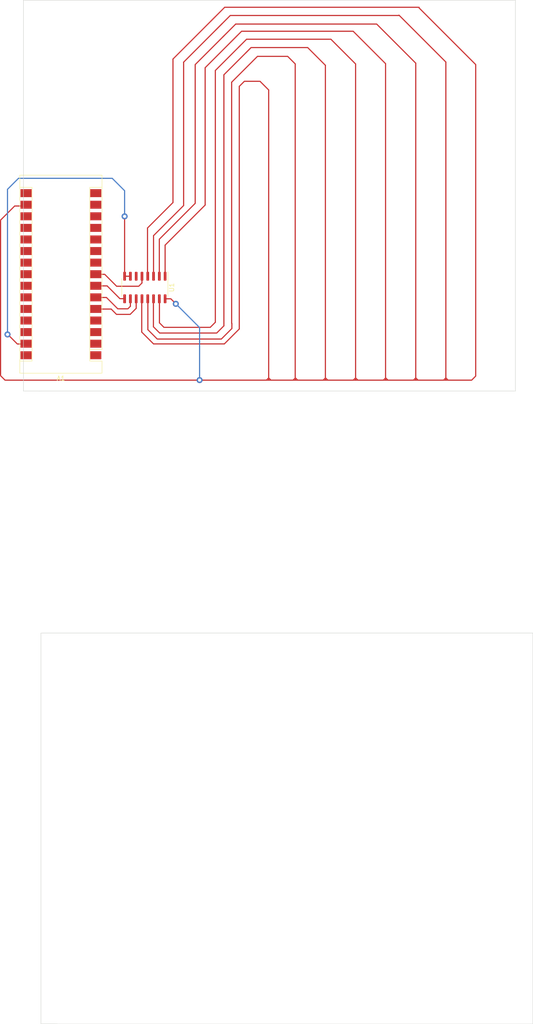
<source format=kicad_pcb>
(kicad_pcb (version 20211014) (generator pcbnew)
  (layers (0 "F.Cu" signal) (31 "B.Cu" signal) (34 "B.Paste" user) (35 "F.Paste" user) (36 "B.SilkS" user "B.Silkscreen") (37 "F.SilkS" user "F.Silkscreen") (38 "B.Mask" user) (39 "F.Mask" user) (44 "Edge.Cuts" user))
  (net 0 "")
  (net 4 "GND")
  (net 18 "Net-(A1-Pad8)")
  (net 26 "unconnected-(U1-Pad2)")
  (net 33 "Net-(A1-Pad5)")
  (net 34 "Net-(A1-Pad6)")
  (net 35 "Net-(A1-Pad7)")
  (net 36 "Net-(A1-Pad17)")
  (footprint "Package_SO:SOIC-16_3.9x9.9mm_P1.27mm" (layer "F.Cu") (at 109.982 101.346 -90)
    (fp_text reference "U1" (at 0 -5.9 90) (layer "F.SilkS"))
    (fp_text value "SN74HCS15QDRQ1CT")
    (fp_line (start 0 -5.06) (end -3.45 -5.06) (layer "F.SilkS") (width 0.12))
    (fp_line (start 0 5.06) (end -1.95 5.06) (layer "F.SilkS") (width 0.12))
    (fp_line (start 0 -5.06) (end 1.95 -5.06) (layer "F.SilkS") (width 0.12))
    (fp_line (start 0 5.06) (end 1.95 5.06) (layer "F.SilkS") (width 0.12))
    (pad "1" smd roundrect (at -2.475 -4.445 270) (size 1.95 0.6) (layers "F.Cu" "F.Paste" "F.Mask"))
    (pad "2" smd roundrect (at -2.475 -3.175 270) (size 1.95 0.6) (layers "F.Cu" "F.Paste" "F.Mask") (net 26 "unconnected-(U1-Pad2)"))
    (pad "3" smd roundrect (at -2.475 -1.905 270) (size 1.95 0.6) (layers "F.Cu" "F.Paste" "F.Mask"))
    (pad "4" smd roundrect (at -2.475 -0.635 270) (size 1.95 0.6) (layers "F.Cu" "F.Paste" "F.Mask"))
    (pad "5" smd roundrect (at -2.475 0.635 270) (size 1.95 0.6) (layers "F.Cu" "F.Paste" "F.Mask") (net 18 "Net-(A1-Pad8)"))
    (pad "6" smd roundrect (at -2.475 1.905 270) (size 1.95 0.6) (layers "F.Cu" "F.Paste" "F.Mask"))
    (pad "7" smd roundrect (at -2.475 3.175 270) (size 1.95 0.6) (layers "F.Cu" "F.Paste" "F.Mask") (net 4 "GND"))
    (pad "8" smd roundrect (at -2.475 4.445 270) (size 1.95 0.6) (layers "F.Cu" "F.Paste" "F.Mask") (net 4 "GND"))
    (pad "9" smd roundrect (at 2.475 4.445 270) (size 1.95 0.6) (layers "F.Cu" "F.Paste" "F.Mask") (net 35 "Net-(A1-Pad7)"))
    (pad "10" smd roundrect (at 2.475 3.175 270) (size 1.95 0.6) (layers "F.Cu" "F.Paste" "F.Mask") (net 34 "Net-(A1-Pad6)"))
    (pad "11" smd roundrect (at 2.475 1.905 270) (size 1.95 0.6) (layers "F.Cu" "F.Paste" "F.Mask") (net 33 "Net-(A1-Pad5)"))
    (pad "12" smd roundrect (at 2.475 0.635 270) (size 1.95 0.6) (layers "F.Cu" "F.Paste" "F.Mask"))
    (pad "13" smd roundrect (at 2.475 -0.635 270) (size 1.95 0.6) (layers "F.Cu" "F.Paste" "F.Mask"))
    (pad "14" smd roundrect (at 2.475 -1.905 270) (size 1.95 0.6) (layers "F.Cu" "F.Paste" "F.Mask"))
    (pad "15" smd roundrect (at 2.475 -3.175 270) (size 1.95 0.6) (layers "F.Cu" "F.Paste" "F.Mask"))
    (pad "16" smd roundrect (at 2.475 -4.445 270) (size 1.95 0.6) (layers "F.Cu" "F.Paste" "F.Mask") (net 36 "Net-(A1-Pad17)"))
  )
  (footprint "Module:Arduino_Nano" (layer "F.Cu") (at 99.177 116.205 180)
    (fp_text reference "A1" (at 7.62 -5.08) (layer "F.SilkS"))
    (fp_text value "Arduino_Nano_v3.x")
    (fp_line (start 16.64 39.5) (end 16.64 -3.94) (layer "F.SilkS") (width 0.12))
    (fp_line (start 16.64 -3.94) (end -1.4 -3.94) (layer "F.SilkS") (width 0.12))
    (fp_line (start 13.97 36.83) (end 16.64 36.83) (layer "F.SilkS") (width 0.12))
    (fp_line (start 13.97 -1.27) (end 13.97 36.83) (layer "F.SilkS") (width 0.12))
    (fp_line (start 1.27 1.27) (end 1.27 36.83) (layer "F.SilkS") (width 0.12))
    (fp_line (start -1.4 -3.94) (end -1.4 -1.27) (layer "F.SilkS") (width 0.12))
    (fp_line (start 1.27 36.83) (end -1.4 36.83) (layer "F.SilkS") (width 0.12))
    (fp_line (start 1.27 1.27) (end 1.27 -1.27) (layer "F.SilkS") (width 0.12))
    (fp_line (start 13.97 -1.27) (end 16.64 -1.27) (layer "F.SilkS") (width 0.12))
    (fp_line (start 1.27 1.27) (end -1.4 1.27) (layer "F.SilkS") (width 0.12))
    (fp_line (start -1.4 39.5) (end 16.64 39.5) (layer "F.SilkS") (width 0.12))
    (fp_line (start 1.27 -1.27) (end -1.4 -1.27) (layer "F.SilkS") (width 0.12))
    (fp_line (start -1.4 1.27) (end -1.4 39.5) (layer "F.SilkS") (width 0.12))
    (pad "1" smd rect (at 0 0 180) (size 2.5 1.75) (layers "F.Cu" "F.Paste" "F.Mask"))
    (pad "2" smd rect (at 0 2.54 180) (size 2.5 1.75) (layers "F.Cu" "F.Paste" "F.Mask"))
    (pad "3" smd rect (at 0 5.08 180) (size 2.5 1.75) (layers "F.Cu" "F.Paste" "F.Mask"))
    (pad "4" smd rect (at 0 7.62 180) (size 2.5 1.75) (layers "F.Cu" "F.Paste" "F.Mask") (net 4 "GND"))
    (pad "5" smd rect (at 0 10.16 180) (size 2.5 1.75) (layers "F.Cu" "F.Paste" "F.Mask") (net 33 "Net-(A1-Pad5)"))
    (pad "6" smd rect (at 0 12.7 180) (size 2.5 1.75) (layers "F.Cu" "F.Paste" "F.Mask") (net 34 "Net-(A1-Pad6)"))
    (pad "7" smd rect (at 0 15.24 180) (size 2.5 1.75) (layers "F.Cu" "F.Paste" "F.Mask") (net 35 "Net-(A1-Pad7)"))
    (pad "8" smd rect (at 0 17.78 180) (size 2.5 1.75) (layers "F.Cu" "F.Paste" "F.Mask") (net 18 "Net-(A1-Pad8)"))
    (pad "9" smd rect (at 0 20.32 180) (size 2.5 1.75) (layers "F.Cu" "F.Paste" "F.Mask"))
    (pad "10" smd rect (at 0 22.86 180) (size 2.5 1.75) (layers "F.Cu" "F.Paste" "F.Mask"))
    (pad "11" smd rect (at 0 25.4 180) (size 2.5 1.75) (layers "F.Cu" "F.Paste" "F.Mask"))
    (pad "12" smd rect (at 0 27.94 180) (size 2.5 1.75) (layers "F.Cu" "F.Paste" "F.Mask"))
    (pad "13" smd rect (at 0 30.48 180) (size 2.5 1.75) (layers "F.Cu" "F.Paste" "F.Mask"))
    (pad "14" smd rect (at 0 33.02 180) (size 2.5 1.75) (layers "F.Cu" "F.Paste" "F.Mask"))
    (pad "15" smd rect (at 0 35.56 180) (size 2.5 1.75) (layers "F.Cu" "F.Paste" "F.Mask"))
    (pad "16" smd rect (at 15.24 35.56 180) (size 2.5 1.75) (layers "F.Cu" "F.Paste" "F.Mask"))
    (pad "17" smd rect (at 15.24 33.02 180) (size 2.5 1.75) (layers "F.Cu" "F.Paste" "F.Mask") (net 36 "Net-(A1-Pad17)"))
    (pad "18" smd rect (at 15.24 30.48 180) (size 2.5 1.75) (layers "F.Cu" "F.Paste" "F.Mask"))
    (pad "19" smd rect (at 15.24 27.94 180) (size 2.5 1.75) (layers "F.Cu" "F.Paste" "F.Mask"))
    (pad "20" smd rect (at 15.24 25.4 180) (size 2.5 1.75) (layers "F.Cu" "F.Paste" "F.Mask"))
    (pad "21" smd rect (at 15.24 22.86 180) (size 2.5 1.75) (layers "F.Cu" "F.Paste" "F.Mask"))
    (pad "22" smd rect (at 15.24 20.32 180) (size 2.5 1.75) (layers "F.Cu" "F.Paste" "F.Mask"))
    (pad "23" smd rect (at 15.24 17.78 180) (size 2.5 1.75) (layers "F.Cu" "F.Paste" "F.Mask"))
    (pad "24" smd rect (at 15.24 15.24 180) (size 2.5 1.75) (layers "F.Cu" "F.Paste" "F.Mask"))
    (pad "25" smd rect (at 15.24 12.7 180) (size 2.5 1.75) (layers "F.Cu" "F.Paste" "F.Mask"))
    (pad "26" smd rect (at 15.24 10.16 180) (size 2.5 1.75) (layers "F.Cu" "F.Paste" "F.Mask"))
    (pad "27" smd rect (at 15.24 7.62 180) (size 2.5 1.75) (layers "F.Cu" "F.Paste" "F.Mask"))
    (pad "28" smd rect (at 15.24 5.08 180) (size 2.5 1.75) (layers "F.Cu" "F.Paste" "F.Mask"))
    (pad "29" smd rect (at 15.24 2.54 180) (size 2.5 1.75) (layers "F.Cu" "F.Paste" "F.Mask") (net 4 "GND"))
    (pad "30" smd rect (at 15.24 0 180) (size 2.5 1.75) (layers "F.Cu" "F.Paste" "F.Mask"))
  )
  (gr_circle (center 105.537 85.741239) (end 106.104961 85.741239) (layer "F.Cu") (width 0.2) (fill solid))
  (gr_circle (center 116.772961 104.9274) (end 117.340922 104.9274) (layer "F.Cu") (width 0.2) (fill solid))
  (gr_circle (center 79.834971 111.643781) (end 80.402932 111.643781) (layer "F.Cu") (width 0.2) (fill solid))
  (gr_circle (center 121.9962 121.656839) (end 122.564161 121.656839) (layer "F.Cu") (width 0.2) (fill solid))
  (gr_circle (center 116.77019 104.916619) (end 117.338151 104.916619) (layer "B.Cu") (width 0.2) (fill solid))
  (gr_circle (center 105.534229 85.730458) (end 106.10219 85.730458) (layer "B.Cu") (width 0.2) (fill solid))
  (gr_circle (center 121.9962 121.656839) (end 122.564161 121.656839) (layer "B.Cu") (width 0.2) (fill solid))
  (gr_circle (center 79.8322 111.633) (end 80.400161 111.633) (layer "B.Cu") (width 0.2) (fill solid))
  (gr_line (start 90.7542 262.89) (end 195.1482 262.89) (layer "Edge.Cuts") (width 0.1))
  (gr_line (start 90.7542 262.8646) (end 87.1728 262.8646) (layer "Edge.Cuts") (width 0.1))
  (gr_line (start 191.3128 38.7096) (end 191.3128 38.3286) (layer "Edge.Cuts") (width 0.1))
  (gr_line (start 86.9188 124.0536) (end 191.3128 124.0536) (layer "Edge.Cuts") (width 0.1))
  (gr_line (start 86.9188 124.0536) (end 83.3374 124.0536) (layer "Edge.Cuts") (width 0.1))
  (gr_line (start 191.3128 124.0536) (end 191.3128 38.7096) (layer "Edge.Cuts") (width 0.1))
  (gr_line (start 195.1482 177.5206) (end 195.1482 177.1396) (layer "Edge.Cuts") (width 0.1))
  (gr_line (start 87.1728 262.8646) (end 87.1728 177.1396) (layer "Edge.Cuts") (width 0.1))
  (gr_line (start 195.1482 262.8646) (end 195.1482 177.5206) (layer "Edge.Cuts") (width 0.1))
  (gr_line (start 83.3374 124.0536) (end 83.3374 38.3286) (layer "Edge.Cuts") (width 0.1))
  (gr_line (start 195.1482 177.1396) (end 87.1728 177.1396) (layer "Edge.Cuts") (width 0.1))
  (gr_line (start 191.3128 38.3286) (end 83.3374 38.3286) (layer "Edge.Cuts") (width 0.1))
  (via (at 116.772961 104.9274) (size 0.71) (drill 0.7) (layers "F.Cu" "B.Cu") (net 0))
  (via (at 79.834971 111.643781) (size 0.71) (drill 0.7) (layers "F.Cu" "B.Cu") (net 0))
  (via (at 105.537 85.741239) (size 0.71) (drill 0.7) (layers "F.Cu" "B.Cu") (net 0))
  (via (at 121.9962 121.656839) (size 0.71) (drill 0.7) (layers "F.Cu" "B.Cu") (net 0))
  (segment (start 105.5624 98.871) (end 106.8324 98.871) (width 0.25) (layer "F.Cu") (net 4))
  (segment (start 105.537 98.871) (end 105.537 85.6742) (width 0.25) (layer "F.Cu") (net 4))
  (segment (start 81.993971 113.735742) (end 79.834971 111.576742) (width 0.25) (layer "F.Cu") (net 4))
  (segment (start 82.755971 113.735742) (end 81.993971 113.735742) (width 0.25) (layer "F.Cu") (net 4))
  (segment (start 105.537 80.1116) (end 105.537 85.6742) (width 0.25) (layer "B.Cu") (net 4))
  (segment (start 79.8322 111.5568) (end 79.8322 79.8068) (width 0.25) (layer "B.Cu") (net 4))
  (segment (start 79.8322 79.8068) (end 82.2452 77.3938) (width 0.25) (layer "B.Cu") (net 4))
  (segment (start 102.8192 77.3938) (end 105.537 80.1116) (width 0.25) (layer "B.Cu") (net 4))
  (segment (start 82.2452 77.3938) (end 102.8192 77.3938) (width 0.25) (layer "B.Cu") (net 4))
  (segment (start 109.347 99.273151) (end 109.347 100.3554) (width 0.25) (layer "F.Cu") (net 18))
  (segment (start 109.3724 98.871) (end 109.3724 99.247751) (width 0.25) (layer "F.Cu") (net 18))
  (segment (start 108.6358 101.0666) (end 103.7844 101.0666) (width 0.25) (layer "F.Cu") (net 18))
  (segment (start 101.1682 98.4504) (end 99.2532 98.4504) (width 0.25) (layer "F.Cu") (net 18))
  (segment (start 103.7844 101.0666) (end 101.1682 98.4504) (width 0.25) (layer "F.Cu") (net 18))
  (segment (start 109.3724 99.247751) (end 109.347 99.273151) (width 0.25) (layer "F.Cu") (net 18))
  (segment (start 109.347 100.3554) (end 108.6358 101.0666) (width 0.25) (layer "F.Cu") (net 18))
  (segment (start 111.887 113.7158) (end 109.2962 111.125) (width 0.25) (layer "F.Cu") (net 26))
  (segment (start 137.411229 121.544458) (end 136.903229 121.544458) (width 0.25) (layer "F.Cu") (net 26))
  (segment (start 129.032 109.1692) (end 129.0828 109.22) (width 0.25) (layer "F.Cu") (net 26))
  (segment (start 113.2332 111.3282) (end 111.8616 109.9566) (width 0.25) (layer "F.Cu") (net 26))
  (segment (start 130.7084 57.2262) (end 130.7084 110.4392) (width 0.25) (layer "F.Cu") (net 26))
  (segment (start 170.174175 39.872542) (end 127.510771 39.872542) (width 0.25) (layer "F.Cu") (net 26))
  (segment (start 127.3302 109.7534) (end 125.7554 111.3282) (width 0.25) (layer "F.Cu") (net 26))
  (segment (start 128.729971 41.675942) (end 126.947856 43.458056) (width 0.25) (layer "F.Cu") (net 26))
  (segment (start 156.240858 121.671458) (end 156.2608 121.651516) (width 0.25) (layer "F.Cu") (net 26))
  (segment (start 129.923771 43.555542) (end 127.468557 46.010757) (width 0.25) (layer "F.Cu") (net 26))
  (segment (start 149.8854 121.539) (end 149.3774 121.539) (width 0.25) (layer "F.Cu") (net 26))
  (segment (start 118.491 83.3628) (end 111.887 89.9668) (width 0.25) (layer "F.Cu") (net 26))
  (segment (start 134.698971 50.642142) (end 133.809971 51.531142) (width 0.25) (layer "F.Cu") (net 26))
  (segment (start 169.442561 121.199732) (end 169.442561 52.137132) (width 0.25) (layer "F.Cu") (net 26))
  (segment (start 118.491 51.914912) (end 118.491 83.3628) (width 0.25) (layer "F.Cu") (net 26))
  (segment (start 78.310971 86.560429) (end 81.407 83.4644) (width 0.25) (layer "F.Cu") (net 26))
  (segment (start 137.16 58.0136) (end 135.255 56.1086) (width 0.25) (layer "F.Cu") (net 26))
  (segment (start 149.6314 121.158) (end 150.0124 121.539) (width 0.25) (layer "F.Cu") (net 26))
  (segment (start 136.776229 121.544458) (end 137.157229 121.163458) (width 0.25) (layer "F.Cu") (net 26))
  (segment (start 145.7198 48.711742) (end 133.301971 48.711742) (width 0.25) (layer "F.Cu") (net 26))
  (segment (start 162.9664 121.412) (end 162.7124 121.666) (width 0.25) (layer "F.Cu") (net 26))
  (segment (start 143.0274 121.412) (end 142.7734 121.666) (width 0.25) (layer "F.Cu") (net 26))
  (segment (start 133.043856 48.969856) (end 132.133571 49.880142) (width 0.25) (layer "F.Cu") (net 26))
  (segment (start 176.0728 121.221458) (end 176.0474 121.221458) (width 0.25) (layer "F.Cu") (net 26))
  (segment (start 137.157229 121.417458) (end 136.903229 121.671458) (width 0.25) (layer "F.Cu") (net 26))
  (segment (start 130.7084 110.4392) (end 127.4318 113.7158) (width 0.25) (layer "F.Cu") (net 26))
  (segment (start 135.255 56.1086) (end 131.826 56.1086) (width 0.25) (layer "F.Cu") (net 26))
  (segment (start 111.8616 109.9566) (end 111.8616 103.8352) (width 0.25) (layer "F.Cu") (net 26))
  (segment (start 162.8394 121.158) (end 163.2204 121.539) (width 0.25) (layer "F.Cu") (net 26))
  (segment (start 129.032 56.3118) (end 129.032 109.1692) (width 0.25) (layer "F.Cu") (net 26))
  (segment (start 176.0474 121.158) (end 176.4284 121.539) (width 0.25) (layer "F.Cu") (net 26))
  (segment (start 155.704771 45.130342) (end 131.219171 45.130342) (width 0.25) (layer "F.Cu") (net 26))
  (segment (start 170.072575 39.914746) (end 182.603371 52.445542) (width 0.25) (layer "F.Cu") (net 26))
  (segment (start 127.4318 113.7158) (end 111.887 113.7158) (width 0.25) (layer "F.Cu") (net 26))
  (segment (start 182.6006 120.777) (end 181.7116 121.666) (width 0.25) (layer "F.Cu") (net 26))
  (segment (start 137.030229 121.544458) (end 137.157229 121.417458) (width 0.25) (layer "F.Cu") (net 26))
  (segment (start 137.16 121.158) (end 137.16 58.0136) (width 0.25) (layer "F.Cu") (net 26))
  (segment (start 137.157229 121.163458) (end 137.538229 121.544458) (width 0.25) (layer "F.Cu") (net 26))
  (segment (start 127.468557 46.010757) (end 121.031 52.448314) (width 0.25) (layer "F.Cu") (net 26))
  (segment (start 181.7116 121.666) (end 79.2916 121.666) (width 0.25) (layer "F.Cu") (net 26))
  (segment (start 125.7554 111.3282) (end 113.2332 111.3282) (width 0.25) (layer "F.Cu") (net 26))
  (segment (start 169.4434 121.221458) (end 169.448922 121.221458) (width 0.25) (layer "F.Cu") (net 26))
  (segment (start 149.608771 121.482742) (end 149.608771 52.600713) (width 0.25) (layer "F.Cu") (net 26))
  (segment (start 127.468557 46.010757) (end 127.053571 46.425742) (width 0.25) (layer "F.Cu") (net 26))
  (segment (start 127.510771 39.872542) (end 125.373056 42.010256) (width 0.25) (layer "F.Cu") (net 26))
  (segment (start 121.031 82.8802) (end 113.157 90.7542) (width 0.25) (layer "F.Cu") (net 26))
  (segment (start 114.427 92.0496) (end 114.427 98.7806) (width 0.25) (layer "F.Cu") (net 26))
  (segment (start 176.0474 121.412) (end 175.7934 121.666) (width 0.25) (layer "F.Cu") (net 26))
  (segment (start 130.160956 46.188556) (end 128.806171 47.543342) (width 0.25) (layer "F.Cu") (net 26))
  (segment (start 131.826 56.1086) (end 130.7084 57.2262) (width 0.25) (layer "F.Cu") (net 26))
  (segment (start 176.4284 121.539) (end 175.9204 121.539) (width 0.25) (layer "F.Cu") (net 26))
  (segment (start 125.373056 42.010256) (end 124.411971 42.971342) (width 0.25) (layer "F.Cu") (net 26))
  (segment (start 165.661571 41.675942) (end 128.729971 41.675942) (width 0.25) (layer "F.Cu") (net 26))
  (segment (start 156.6164 121.539) (end 156.1084 121.539) (width 0.25) (layer "F.Cu") (net 26))
  (segment (start 143.0274 121.158) (end 143.4084 121.539) (width 0.25) (layer "F.Cu") (net 26))
  (segment (start 156.1084 121.539) (end 156.2354 121.412) (width 0.25) (layer "F.Cu") (net 26))
  (segment (start 116.1542 51.229112) (end 116.1542 82.7024) (width 0.25) (layer "F.Cu") (net 26))
  (segment (start 169.3164 121.539) (end 169.4434 121.412) (width 0.25) (layer "F.Cu") (net 26))
  (segment (start 169.442561 52.137132) (end 160.860971 43.555542) (width 0.25) (layer "F.Cu") (net 26))
  (segment (start 123.2154 83.2612) (end 114.427 92.0496) (width 0.25) (layer "F.Cu") (net 26))
  (segment (start 126.947856 43.458056) (end 125.529571 44.876342) (width 0.25) (layer "F.Cu") (net 26))
  (segment (start 130.160956 46.188556) (end 123.2154 53.134112) (width 0.25) (layer "F.Cu") (net 26))
  (segment (start 78.310971 120.685371) (end 78.310971 86.560429) (width 0.25) (layer "F.Cu") (net 26))
  (segment (start 182.603371 52.445542) (end 182.603371 120.720742) (width 0.25) (layer "F.Cu") (net 26))
  (segment (start 165.758883 41.595454) (end 176.050171 51.886742) (width 0.25) (layer "F.Cu") (net 26))
  (segment (start 149.2504 121.539) (end 149.6314 121.158) (width 0.25) (layer "F.Cu") (net 26))
  (segment (start 125.4506 53.743712) (end 125.4506 108.966) (width 0.25) (layer "F.Cu") (net 26))
  (segment (start 156.238171 121.646058) (end 156.238171 52.307175) (width 0.25) (layer "F.Cu") (net 26))
  (segment (start 126.7714 112.649) (end 112.6998 112.649) (width 0.25) (layer "F.Cu") (net 26))
  (segment (start 156.2354 121.158) (end 156.6164 121.539) (width 0.25) (layer "F.Cu") (net 26))
  (segment (start 176.050171 51.886742) (end 176.050171 121.216) (width 0.25) (layer "F.Cu") (net 26))
  (segment (start 129.0828 109.22) (end 129.0828 110.3376) (width 0.25) (layer "F.Cu") (net 26))
  (segment (start 130.999156 48.195156) (end 130.558771 48.635542) (width 0.25) (layer "F.Cu") (net 26))
  (segment (start 175.9204 121.539) (end 176.0474 121.412) (width 0.25) (layer "F.Cu") (net 26))
  (segment (start 142.9004 121.539) (end 143.0274 121.412) (width 0.25) (layer "F.Cu") (net 26))
  (segment (start 150.813938 46.882942) (end 132.311371 46.882942) (width 0.25) (layer "F.Cu") (net 26))
  (segment (start 113.157 90.7542) (end 113.157 98.7806) (width 0.25) (layer "F.Cu") (net 26))
  (segment (start 142.983659 121.05523) (end 142.983659 52.29743) (width 0.25) (layer "F.Cu") (net 26))
  (segment (start 142.6464 121.539) (end 143.0274 121.158) (width 0.25) (layer "F.Cu") (net 26))
  (segment (start 169.6974 121.539) (end 169.1894 121.539) (width 0.25) (layer "F.Cu") (net 26))
  (segment (start 126.947856 43.458056) (end 118.491 51.914912) (width 0.25) (layer "F.Cu") (net 26))
  (segment (start 81.407 83.4644) (end 83.2124 83.4644) (width 0.25) (layer "F.Cu") (net 26))
  (segment (start 149.608771 52.600713) (end 145.7198 48.711742) (width 0.25) (layer "F.Cu") (net 26))
  (segment (start 111.887 89.9668) (end 111.887 98.7806) (width 0.25) (layer "F.Cu") (net 26))
  (segment (start 125.4506 108.966) (end 124.333 110.0836) (width 0.25) (layer "F.Cu") (net 26))
  (segment (start 133.809971 51.531142) (end 133.809971 51.533829) (width 0.25) (layer "F.Cu") (net 26))
  (segment (start 121.031 52.448314) (end 121.031 82.8802) (width 0.25) (layer "F.Cu") (net 26))
  (segment (start 110.5662 88.2904) (end 110.5662 98.7806) (width 0.25) (layer "F.Cu") (net 26))
  (segment (start 149.5044 121.539) (end 149.6314 121.412) (width 0.25) (layer "F.Cu") (net 26))
  (segment (start 169.4434 121.158) (end 169.8244 121.539) (width 0.25) (layer "F.Cu") (net 26))
  (segment (start 112.6998 112.649) (end 110.6424 110.5916) (width 0.25) (layer "F.Cu") (net 26))
  (segment (start 127.3302 54.683512) (end 127.3302 109.7534) (width 0.25) (layer "F.Cu") (net 26))
  (segment (start 116.1542 82.7024) (end 110.5662 88.2904) (width 0.25) (layer "F.Cu") (net 26))
  (segment (start 79.2916 121.666) (end 78.310971 120.685371) (width 0.25) (layer "F.Cu") (net 26))
  (segment (start 149.6314 121.412) (end 149.3774 121.666) (width 0.25) (layer "F.Cu") (net 26))
  (segment (start 143.2814 121.539) (end 142.7734 121.539) (width 0.25) (layer "F.Cu") (net 26))
  (segment (start 156.3624 121.412) (end 156.1084 121.666) (width 0.25) (layer "F.Cu") (net 26))
  (segment (start 132.311371 46.882942) (end 130.999156 48.195156) (width 0.25) (layer "F.Cu") (net 26))
  (segment (start 133.809971 51.533829) (end 129.032 56.3118) (width 0.25) (layer "F.Cu") (net 26))
  (segment (start 169.448922 121.221458) (end 169.46519 121.20519) (width 0.25) (layer "F.Cu") (net 26))
  (segment (start 113.1824 109.093) (end 113.1824 103.8352) (width 0.25) (layer "F.Cu") (net 26))
  (segment (start 141.328371 50.642142) (end 134.698971 50.642142) (width 0.25) (layer "F.Cu") (net 26))
  (segment (start 169.5704 121.412) (end 169.3164 121.666) (width 0.25) (layer "F.Cu") (net 26))
  (segment (start 133.301971 48.711742) (end 133.043856 48.969856) (width 0.25) (layer "F.Cu") (net 26))
  (segment (start 130.999156 48.195156) (end 125.4506 53.743712) (width 0.25) (layer "F.Cu") (net 26))
  (segment (start 175.6664 121.539) (end 176.0474 121.158) (width 0.25) (layer "F.Cu") (net 26))
  (segment (start 163.0934 121.539) (end 162.5854 121.539) (width 0.25) (layer "F.Cu") (net 26))
  (segment (start 162.816771 121.127142) (end 162.816771 52.242342) (width 0.25) (layer "F.Cu") (net 26))
  (segment (start 137.157229 121.214258) (end 137.161517 121.20997) (width 0.25) (layer "F.Cu") (net 26))
  (segment (start 156.238171 52.307175) (end 150.813938 46.882942) (width 0.25) (layer "F.Cu") (net 26))
  (segment (start 125.373056 42.010256) (end 116.1542 51.229112) (width 0.25) (layer "F.Cu") (net 26))
  (segment (start 162.4584 121.539) (end 162.8394 121.158) (width 0.25) (layer "F.Cu") (net 26))
  (segment (start 131.219171 45.130342) (end 130.160956 46.188556) (width 0.25) (layer "F.Cu") (net 26))
  (segment (start 162.7124 121.539) (end 162.8394 121.412) (width 0.25) (layer "F.Cu") (net 26))
  (segment (start 169.0624 121.539) (end 169.4434 121.158) (width 0.25) (layer "F.Cu") (net 26))
  (segment (start 110.6424 110.5916) (end 110.6424 103.8352) (width 0.25) (layer "F.Cu") (net 26))
  (segment (start 124.333 110.0836) (end 114.173 110.0836) (width 0.25) (layer "F.Cu") (net 26))
  (segment (start 123.2154 53.134112) (end 123.2154 83.2612) (width 0.25) (layer "F.Cu") (net 26))
  (segment (start 155.8544 121.539) (end 156.2354 121.158) (width 0.25) (layer "F.Cu") (net 26))
  (segment (start 114.173 110.0836) (end 113.1824 109.093) (width 0.25) (layer "F.Cu") (net 26))
  (segment (start 160.860971 43.555542) (end 129.923771 43.555542) (width 0.25) (layer "F.Cu") (net 26))
  (segment (start 109.2962 111.125) (end 109.2962 103.8352) (width 0.25) (layer "F.Cu") (net 26))
  (segment (start 162.816771 52.242342) (end 155.704771 45.130342) (width 0.25) (layer "F.Cu") (net 26))
  (segment (start 129.0828 110.3376) (end 126.7714 112.649) (width 0.25) (layer "F.Cu") (net 26))
  (segment (start 133.043856 48.969856) (end 127.3302 54.683512) (width 0.25) (layer "F.Cu") (net 26))
  (segment (start 142.983659 52.29743) (end 141.328371 50.642142) (width 0.25) (layer "F.Cu") (net 26))
  (segment (start 108.077 105.918) (end 106.7562 107.2388) (width 0.25) (layer "F.Cu") (net 33))
  (segment (start 102.5906 106.0704) (end 99.2532 106.0704) (width 0.25) (layer "F.Cu") (net 33))
  (segment (start 103.759 107.2388) (end 102.5906 106.0704) (width 0.25) (layer "F.Cu") (net 33))
  (segment (start 108.077 103.7956) (end 108.077 105.918) (width 0.25) (layer "F.Cu") (net 33))
  (segment (start 106.7562 107.2388) (end 103.759 107.2388) (width 0.25) (layer "F.Cu") (net 33))
  (segment (start 106.807 105.4608) (end 106.2482 106.0196) (width 0.25) (layer "F.Cu") (net 34))
  (segment (start 106.807 103.7956) (end 106.807 105.4608) (width 0.25) (layer "F.Cu") (net 34))
  (segment (start 106.2482 106.0196) (end 104.0384 106.0196) (width 0.25) (layer "F.Cu") (net 34))
  (segment (start 101.5492 103.5304) (end 99.2532 103.5304) (width 0.25) (layer "F.Cu") (net 34))
  (segment (start 104.0384 106.0196) (end 101.5492 103.5304) (width 0.25) (layer "F.Cu") (net 34))
  (segment (start 104.5068 103.7956) (end 101.7016 100.9904) (width 0.25) (layer "F.Cu") (net 35))
  (segment (start 105.537 103.7956) (end 104.5068 103.7956) (width 0.25) (layer "F.Cu") (net 35))
  (segment (start 101.7016 100.9904) (end 99.2532 100.9904) (width 0.25) (layer "F.Cu") (net 35))
  (segment (start 115.6828 103.821) (end 116.7892 104.9274) (width 0.25) (layer "F.Cu") (net 36))
  (segment (start 114.427 103.821) (end 115.6828 103.821) (width 0.25) (layer "F.Cu") (net 36))
  (segment (start 121.9962 110.1344) (end 116.7892 104.9274) (width 0.25) (layer "B.Cu") (net 36))
  (segment (start 121.9962 121.0564) (end 121.9962 110.1344) (width 0.25) (layer "B.Cu") (net 36))
)
</source>
